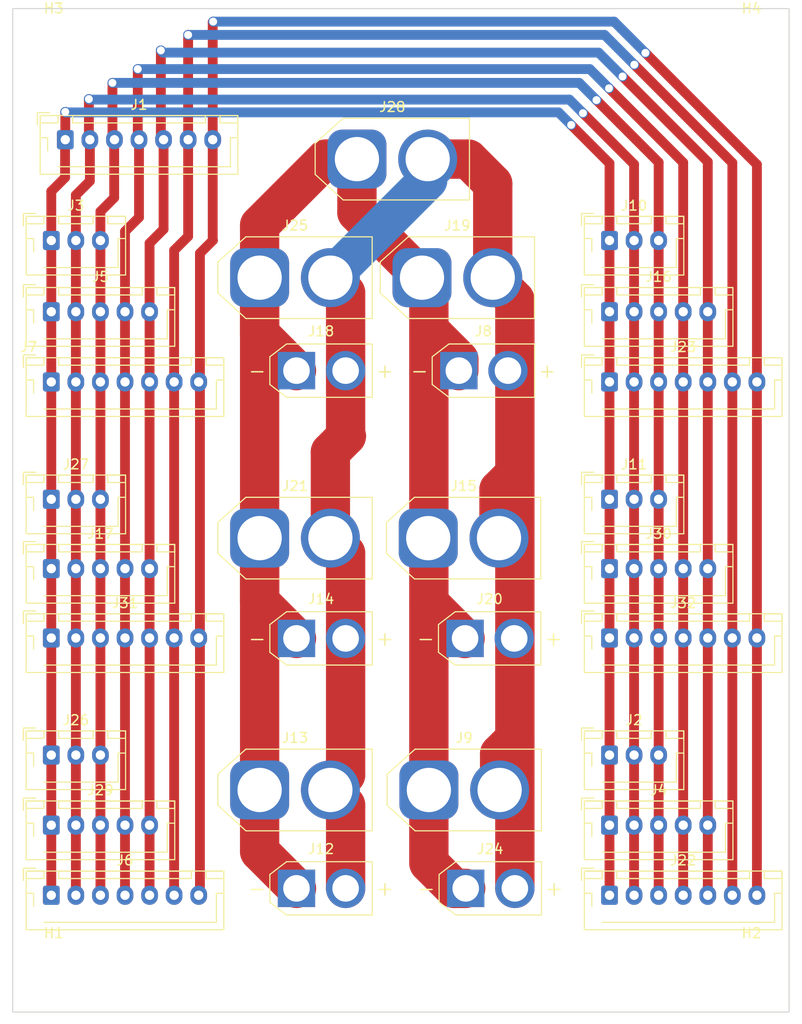
<source format=kicad_pcb>
(kicad_pcb (version 20210424) (generator pcbnew)
  (layers (0 "F.Cu" signal) (31 "B.Cu" signal) (34 "B.Paste" user) (35 "F.Paste" user) (36 "B.SilkS" user "B.Silkscreen") (37 "F.SilkS" user "F.Silkscreen") (38 "B.Mask" user) (39 "F.Mask" user) (44 "Edge.Cuts" user))
  (net 0 "")
  (net 1 "Net-(J1-Pad1)")
  (net 2 "Net-(J1-Pad2)")
  (net 3 "Net-(J1-Pad3)")
  (net 4 "Net-(J1-Pad4)")
  (net 5 "Net-(J1-Pad5)")
  (net 6 "Net-(J1-Pad6)")
  (net 7 "Net-(J1-Pad7)")
  (net 8 "Net-(J12-Pad1)")
  (net 9 "Net-(J12-Pad2)")
  (footprint "Connector_JST:JST_XH_B3B-XH-AM_1x03_P2.50mm_Vertical" (layer "F.Cu") (at 154.552 116.7)
    (fp_text reference "J2" (at 2.5 -3.55) (layer "F.SilkS"))
    (fp_text value "Conn_01x03_Female")
    (pad "" np_thru_hole circle locked (at -1.6 2) (size 1.2 1.2) (drill 1.2) (layers *.Cu *.Mask))
    (pad "1" thru_hole roundrect locked (at 0 0) (size 1.7 1.95) (drill 0.95) (layers *.Cu *.Mask) (roundrect_rratio 0.147059) (net 1 "Net-(J1-Pad1)"))
    (pad "2" thru_hole oval locked (at 2.5 0) (size 1.7 1.95) (drill 0.95) (layers *.Cu *.Mask) (net 2 "Net-(J1-Pad2)"))
    (pad "3" thru_hole oval locked (at 5 0) (size 1.7 1.95) (drill 0.95) (layers *.Cu *.Mask) (net 3 "Net-(J1-Pad3)"))
  )
  (footprint "Connector_JST:JST_XH_B3B-XH-AM_1x03_P2.50mm_Vertical" (layer "F.Cu") (at 97.75 64.3974)
    (fp_text reference "J3" (at 2.5 -3.55) (layer "F.SilkS"))
    (fp_text value "Conn_01x03_Female")
    (pad "" np_thru_hole circle locked (at -1.6 2) (size 1.2 1.2) (drill 1.2) (layers *.Cu *.Mask))
    (pad "1" thru_hole roundrect locked (at 0 0) (size 1.7 1.95) (drill 0.95) (layers *.Cu *.Mask) (roundrect_rratio 0.147059) (net 1 "Net-(J1-Pad1)"))
    (pad "2" thru_hole oval locked (at 2.5 0) (size 1.7 1.95) (drill 0.95) (layers *.Cu *.Mask) (net 2 "Net-(J1-Pad2)"))
    (pad "3" thru_hole oval locked (at 5 0) (size 1.7 1.95) (drill 0.95) (layers *.Cu *.Mask) (net 3 "Net-(J1-Pad3)"))
  )
  (footprint "Connector_AMASS:AMASS_XT60-F_1x02_P7.20mm_Vertical" (layer "F.Cu") (at 136.1064 94.65)
    (fp_text reference "J15" (at 3.6 -5.3) (layer "F.SilkS"))
    (fp_text value "XT60_F")
    (pad "1" thru_hole roundrect locked (at 0 0) (size 6 6) (drill 4.5) (layers *.Cu *.Mask) (net 8 "Net-(J12-Pad1)"))
    (pad "2" thru_hole circle locked (at 7.2 0) (size 6 6) (drill 4.5) (layers *.Cu *.Mask) (net 9 "Net-(J12-Pad2)"))
  )
  (footprint "Connector_AMASS:AMASS_XT60-F_1x02_P7.20mm_Vertical" (layer "F.Cu") (at 118.95 68.175)
    (fp_text reference "J25" (at 3.6 -5.3) (layer "F.SilkS"))
    (fp_text value "XT60_F")
    (pad "1" thru_hole roundrect locked (at 0 0) (size 6 6) (drill 4.5) (layers *.Cu *.Mask) (net 8 "Net-(J12-Pad1)"))
    (pad "2" thru_hole circle locked (at 7.2 0) (size 6 6) (drill 4.5) (layers *.Cu *.Mask) (net 9 "Net-(J12-Pad2)"))
  )
  (footprint "Connector_JST:JST_XH_B5B-XH-AM_1x05_P2.50mm_Vertical" (layer "F.Cu") (at 154.552 97.75)
    (fp_text reference "J30" (at 5 -3.55) (layer "F.SilkS"))
    (fp_text value "Conn_01x05_Female")
    (pad "" np_thru_hole circle locked (at -1.6 2) (size 1.2 1.2) (drill 1.2) (layers *.Cu *.Mask))
    (pad "1" thru_hole roundrect locked (at 0 0) (size 1.7 1.95) (drill 0.95) (layers *.Cu *.Mask) (roundrect_rratio 0.147059) (net 1 "Net-(J1-Pad1)"))
    (pad "2" thru_hole oval locked (at 2.5 0) (size 1.7 1.95) (drill 0.95) (layers *.Cu *.Mask) (net 2 "Net-(J1-Pad2)"))
    (pad "3" thru_hole oval locked (at 5 0) (size 1.7 1.95) (drill 0.95) (layers *.Cu *.Mask) (net 3 "Net-(J1-Pad3)"))
    (pad "4" thru_hole oval locked (at 7.5 0) (size 1.7 1.95) (drill 0.95) (layers *.Cu *.Mask) (net 4 "Net-(J1-Pad4)"))
    (pad "5" thru_hole oval locked (at 10 0) (size 1.7 1.95) (drill 0.95) (layers *.Cu *.Mask) (net 5 "Net-(J1-Pad5)"))
  )
  (footprint "Connector_JST:JST_XH_B7B-XH-AM_1x07_P2.50mm_Vertical" (layer "F.Cu") (at 154.552 130.95)
    (fp_text reference "J22" (at 7.5 -3.55) (layer "F.SilkS"))
    (fp_text value "Conn_01x07_Female")
    (pad "" np_thru_hole circle locked (at -1.6 2) (size 1.2 1.2) (drill 1.2) (layers *.Cu *.Mask))
    (pad "1" thru_hole roundrect locked (at 0 0) (size 1.7 1.95) (drill 0.95) (layers *.Cu *.Mask) (roundrect_rratio 0.147059) (net 1 "Net-(J1-Pad1)"))
    (pad "2" thru_hole oval locked (at 2.5 0) (size 1.7 1.95) (drill 0.95) (layers *.Cu *.Mask) (net 2 "Net-(J1-Pad2)"))
    (pad "3" thru_hole oval locked (at 5 0) (size 1.7 1.95) (drill 0.95) (layers *.Cu *.Mask) (net 3 "Net-(J1-Pad3)"))
    (pad "4" thru_hole oval locked (at 7.5 0) (size 1.7 1.95) (drill 0.95) (layers *.Cu *.Mask) (net 4 "Net-(J1-Pad4)"))
    (pad "5" thru_hole oval locked (at 10 0) (size 1.7 1.95) (drill 0.95) (layers *.Cu *.Mask) (net 5 "Net-(J1-Pad5)"))
    (pad "6" thru_hole oval locked (at 12.5 0) (size 1.7 1.95) (drill 0.95) (layers *.Cu *.Mask) (net 6 "Net-(J1-Pad6)"))
    (pad "7" thru_hole oval locked (at 15 0) (size 1.7 1.95) (drill 0.95) (layers *.Cu *.Mask) (net 7 "Net-(J1-Pad7)"))
  )
  (footprint "Connector_JST:JST_XH_B7B-XH-AM_1x07_P2.50mm_Vertical" (layer "F.Cu") (at 97.75 104.8)
    (fp_text reference "J31" (at 7.5 -3.55) (layer "F.SilkS"))
    (fp_text value "Conn_01x07_Female")
    (pad "" np_thru_hole circle locked (at -1.6 2) (size 1.2 1.2) (drill 1.2) (layers *.Cu *.Mask))
    (pad "1" thru_hole roundrect locked (at 0 0) (size 1.7 1.95) (drill 0.95) (layers *.Cu *.Mask) (roundrect_rratio 0.147059) (net 1 "Net-(J1-Pad1)"))
    (pad "2" thru_hole oval locked (at 2.5 0) (size 1.7 1.95) (drill 0.95) (layers *.Cu *.Mask) (net 2 "Net-(J1-Pad2)"))
    (pad "3" thru_hole oval locked (at 5 0) (size 1.7 1.95) (drill 0.95) (layers *.Cu *.Mask) (net 3 "Net-(J1-Pad3)"))
    (pad "4" thru_hole oval locked (at 7.5 0) (size 1.7 1.95) (drill 0.95) (layers *.Cu *.Mask) (net 4 "Net-(J1-Pad4)"))
    (pad "5" thru_hole oval locked (at 10 0) (size 1.7 1.95) (drill 0.95) (layers *.Cu *.Mask) (net 5 "Net-(J1-Pad5)"))
    (pad "6" thru_hole oval locked (at 12.5 0) (size 1.7 1.95) (drill 0.95) (layers *.Cu *.Mask) (net 6 "Net-(J1-Pad6)"))
    (pad "7" thru_hole oval locked (at 15 0) (size 1.7 1.95) (drill 0.95) (layers *.Cu *.Mask) (net 7 "Net-(J1-Pad7)"))
  )
  (footprint "Connector_AMASS:AMASS_XT30U-F_1x02_P5.0mm_Vertical" (layer "F.Cu") (at 139.2198 77.625)
    (fp_text reference "J8" (at 2.5 -4) (layer "F.SilkS"))
    (fp_text value "XT30_F")
    (fp_text user "-" (at -4 0) (layer "F.SilkS") (effects (font (size 1.5 1.5))))
    (fp_text user "+" (at 9 0) (layer "F.SilkS") (effects (font (size 1.5 1.5))))
    (pad "1" thru_hole rect locked (at 0 0) (size 3.8 3.8) (drill 2.7) (layers *.Cu *.Mask) (net 8 "Net-(J12-Pad1)"))
    (pad "2" thru_hole circle locked (at 5 0) (size 4 4) (drill 2.7) (layers *.Cu *.Mask) (net 9 "Net-(J12-Pad2)"))
  )
  (footprint "Connector_JST:JST_XH_B3B-XH-AM_1x03_P2.50mm_Vertical" (layer "F.Cu") (at 97.75 116.7)
    (fp_text reference "J26" (at 2.5 -3.55) (layer "F.SilkS"))
    (fp_text value "Conn_01x03_Female")
    (pad "" np_thru_hole circle locked (at -1.6 2) (size 1.2 1.2) (drill 1.2) (layers *.Cu *.Mask))
    (pad "1" thru_hole roundrect locked (at 0 0) (size 1.7 1.95) (drill 0.95) (layers *.Cu *.Mask) (roundrect_rratio 0.147059) (net 1 "Net-(J1-Pad1)"))
    (pad "2" thru_hole oval locked (at 2.5 0) (size 1.7 1.95) (drill 0.95) (layers *.Cu *.Mask) (net 2 "Net-(J1-Pad2)"))
    (pad "3" thru_hole oval locked (at 5 0) (size 1.7 1.95) (drill 0.95) (layers *.Cu *.Mask) (net 3 "Net-(J1-Pad3)"))
  )
  (footprint "MountingHole:MountingHole_3.2mm_M3" (layer "F.Cu") (at 98 139)
    (fp_text reference "H1" (at 0 -4.2) (layer "F.SilkS"))
    (fp_text value "MountingHole")
    (pad "1" np_thru_hole circle locked (at 0 0) (size 3.2 3.2) (drill 3.2) (layers *.Cu *.Mask))
  )
  (footprint "Connector_AMASS:AMASS_XT60-F_1x02_P7.20mm_Vertical" (layer "F.Cu") (at 136.1708 120.25)
    (fp_text reference "J9" (at 3.6 -5.3) (layer "F.SilkS"))
    (fp_text value "XT60_F")
    (pad "1" thru_hole roundrect locked (at 0 0) (size 6 6) (drill 4.5) (layers *.Cu *.Mask) (net 8 "Net-(J12-Pad1)"))
    (pad "2" thru_hole circle locked (at 7.2 0) (size 6 6) (drill 4.5) (layers *.Cu *.Mask) (net 9 "Net-(J12-Pad2)"))
  )
  (footprint "MountingHole:MountingHole_3.2mm_M3" (layer "F.Cu") (at 169 139)
    (fp_text reference "H2" (at 0 -4.2) (layer "F.SilkS"))
    (fp_text value "MountingHole")
    (pad "1" np_thru_hole circle locked (at 0 0) (size 3.2 3.2) (drill 3.2) (layers *.Cu *.Mask))
  )
  (footprint "Connector_AMASS:AMASS_XT60-F_1x02_P7.20mm_Vertical" (layer "F.Cu") (at 128.85 56.125)
    (fp_text reference "J28" (at 3.6 -5.3 180) (layer "F.SilkS"))
    (fp_text value "XT60_F")
    (pad "1" thru_hole roundrect locked (at 0 0) (size 6 6) (drill 4.5) (layers *.Cu *.Mask) (net 8 "Net-(J12-Pad1)"))
    (pad "2" thru_hole circle locked (at 7.2 0) (size 6 6) (drill 4.5) (layers *.Cu *.Mask) (net 9 "Net-(J12-Pad2)"))
  )
  (footprint "Connector_AMASS:AMASS_XT60-F_1x02_P7.20mm_Vertical" (layer "F.Cu") (at 135.4698 68.175)
    (fp_text reference "J19" (at 3.6 -5.3) (layer "F.SilkS"))
    (fp_text value "XT60_F")
    (pad "1" thru_hole roundrect locked (at 0 0) (size 6 6) (drill 4.5) (layers *.Cu *.Mask) (net 8 "Net-(J12-Pad1)"))
    (pad "2" thru_hole circle locked (at 7.2 0) (size 6 6) (drill 4.5) (layers *.Cu *.Mask) (net 9 "Net-(J12-Pad2)"))
  )
  (footprint "Connector_JST:JST_XH_B3B-XH-AM_1x03_P2.50mm_Vertical" (layer "F.Cu") (at 97.75 90.7)
    (fp_text reference "J27" (at 2.5 -3.55) (layer "F.SilkS"))
    (fp_text value "Conn_01x03_Female")
    (pad "" np_thru_hole circle locked (at -1.6 2) (size 1.2 1.2) (drill 1.2) (layers *.Cu *.Mask))
    (pad "1" thru_hole roundrect locked (at 0 0) (size 1.7 1.95) (drill 0.95) (layers *.Cu *.Mask) (roundrect_rratio 0.147059) (net 1 "Net-(J1-Pad1)"))
    (pad "2" thru_hole oval locked (at 2.5 0) (size 1.7 1.95) (drill 0.95) (layers *.Cu *.Mask) (net 2 "Net-(J1-Pad2)"))
    (pad "3" thru_hole oval locked (at 5 0) (size 1.7 1.95) (drill 0.95) (layers *.Cu *.Mask) (net 3 "Net-(J1-Pad3)"))
  )
  (footprint "Connector_AMASS:AMASS_XT30U-F_1x02_P5.0mm_Vertical" (layer "F.Cu") (at 122.7 77.625)
    (fp_text reference "J18" (at 2.5 -4) (layer "F.SilkS"))
    (fp_text value "XT30_F")
    (fp_text user "+" (at 9 0) (layer "F.SilkS") (effects (font (size 1.5 1.5))))
    (fp_text user "-" (at -4 0) (layer "F.SilkS") (effects (font (size 1.5 1.5))))
    (pad "1" thru_hole rect locked (at 0 0) (size 3.8 3.8) (drill 2.7) (layers *.Cu *.Mask) (net 8 "Net-(J12-Pad1)"))
    (pad "2" thru_hole circle locked (at 5 0) (size 4 4) (drill 2.7) (layers *.Cu *.Mask) (net 9 "Net-(J12-Pad2)"))
  )
  (footprint "Connector_JST:JST_XH_B7B-XH-AM_1x07_P2.50mm_Vertical" (layer "F.Cu") (at 154.552 78.7738)
    (fp_text reference "J23" (at 7.5 -3.55) (layer "F.SilkS"))
    (fp_text value "Conn_01x07_Female")
    (pad "" np_thru_hole circle locked (at -1.6 2) (size 1.2 1.2) (drill 1.2) (layers *.Cu *.Mask))
    (pad "1" thru_hole roundrect locked (at 0 0) (size 1.7 1.95) (drill 0.95) (layers *.Cu *.Mask) (roundrect_rratio 0.147059) (net 1 "Net-(J1-Pad1)"))
    (pad "2" thru_hole oval locked (at 2.5 0) (size 1.7 1.95) (drill 0.95) (layers *.Cu *.Mask) (net 2 "Net-(J1-Pad2)"))
    (pad "3" thru_hole oval locked (at 5 0) (size 1.7 1.95) (drill 0.95) (layers *.Cu *.Mask) (net 3 "Net-(J1-Pad3)"))
    (pad "4" thru_hole oval locked (at 7.5 0) (size 1.7 1.95) (drill 0.95) (layers *.Cu *.Mask) (net 4 "Net-(J1-Pad4)"))
    (pad "5" thru_hole oval locked (at 10 0) (size 1.7 1.95) (drill 0.95) (layers *.Cu *.Mask) (net 5 "Net-(J1-Pad5)"))
    (pad "6" thru_hole oval locked (at 12.5 0) (size 1.7 1.95) (drill 0.95) (layers *.Cu *.Mask) (net 6 "Net-(J1-Pad6)"))
    (pad "7" thru_hole oval locked (at 15 0) (size 1.7 1.95) (drill 0.95) (layers *.Cu *.Mask) (net 7 "Net-(J1-Pad7)"))
  )
  (footprint "Connector_JST:JST_XH_B5B-XH-AM_1x05_P2.50mm_Vertical" (layer "F.Cu") (at 154.552 71.6364)
    (fp_text reference "J16" (at 5 -3.55) (layer "F.SilkS"))
    (fp_text value "Conn_01x05_Female")
    (pad "" np_thru_hole circle locked (at -1.6 2) (size 1.2 1.2) (drill 1.2) (layers *.Cu *.Mask))
    (pad "1" thru_hole roundrect locked (at 0 0) (size 1.7 1.95) (drill 0.95) (layers *.Cu *.Mask) (roundrect_rratio 0.147059) (net 1 "Net-(J1-Pad1)"))
    (pad "2" thru_hole oval locked (at 2.5 0) (size 1.7 1.95) (drill 0.95) (layers *.Cu *.Mask) (net 2 "Net-(J1-Pad2)"))
    (pad "3" thru_hole oval locked (at 5 0) (size 1.7 1.95) (drill 0.95) (layers *.Cu *.Mask) (net 3 "Net-(J1-Pad3)"))
    (pad "4" thru_hole oval locked (at 7.5 0) (size 1.7 1.95) (drill 0.95) (layers *.Cu *.Mask) (net 4 "Net-(J1-Pad4)"))
    (pad "5" thru_hole oval locked (at 10 0) (size 1.7 1.95) (drill 0.95) (layers *.Cu *.Mask) (net 5 "Net-(J1-Pad5)"))
  )
  (footprint "MountingHole:MountingHole_3.2mm_M3" (layer "F.Cu") (at 98 45)
    (fp_text reference "H3" (at 0 -4.2) (layer "F.SilkS"))
    (fp_text value "MountingHole")
    (pad "1" np_thru_hole circle locked (at 0 0) (size 3.2 3.2) (drill 3.2) (layers *.Cu *.Mask))
  )
  (footprint "Connector_JST:JST_XH_B5B-XH-AM_1x05_P2.50mm_Vertical" (layer "F.Cu") (at 154.552 123.825)
    (fp_text reference "J4" (at 5 -3.55) (layer "F.SilkS"))
    (fp_text value "Conn_01x05_Female")
    (pad "" np_thru_hole circle locked (at -1.6 2) (size 1.2 1.2) (drill 1.2) (layers *.Cu *.Mask))
    (pad "1" thru_hole roundrect locked (at 0 0) (size 1.7 1.95) (drill 0.95) (layers *.Cu *.Mask) (roundrect_rratio 0.147059) (net 1 "Net-(J1-Pad1)"))
    (pad "2" thru_hole oval locked (at 2.5 0) (size 1.7 1.95) (drill 0.95) (layers *.Cu *.Mask) (net 2 "Net-(J1-Pad2)"))
    (pad "3" thru_hole oval locked (at 5 0) (size 1.7 1.95) (drill 0.95) (layers *.Cu *.Mask) (net 3 "Net-(J1-Pad3)"))
    (pad "4" thru_hole oval locked (at 7.5 0) (size 1.7 1.95) (drill 0.95) (layers *.Cu *.Mask) (net 4 "Net-(J1-Pad4)"))
    (pad "5" thru_hole oval locked (at 10 0) (size 1.7 1.95) (drill 0.95) (layers *.Cu *.Mask) (net 5 "Net-(J1-Pad5)"))
  )
  (footprint "Connector_JST:JST_XH_B7B-XH-AM_1x07_P2.50mm_Vertical" (layer "F.Cu") (at 154.552 104.8)
    (fp_text reference "J32" (at 7.5 -3.55) (layer "F.SilkS"))
    (fp_text value "Conn_01x07_Female")
    (pad "" np_thru_hole circle locked (at -1.6 2) (size 1.2 1.2) (drill 1.2) (layers *.Cu *.Mask))
    (pad "1" thru_hole roundrect locked (at 0 0) (size 1.7 1.95) (drill 0.95) (layers *.Cu *.Mask) (roundrect_rratio 0.147059) (net 1 "Net-(J1-Pad1)"))
    (pad "2" thru_hole oval locked (at 2.5 0) (size 1.7 1.95) (drill 0.95) (layers *.Cu *.Mask) (net 2 "Net-(J1-Pad2)"))
    (pad "3" thru_hole oval locked (at 5 0) (size 1.7 1.95) (drill 0.95) (layers *.Cu *.Mask) (net 3 "Net-(J1-Pad3)"))
    (pad "4" thru_hole oval locked (at 7.5 0) (size 1.7 1.95) (drill 0.95) (layers *.Cu *.Mask) (net 4 "Net-(J1-Pad4)"))
    (pad "5" thru_hole oval locked (at 10 0) (size 1.7 1.95) (drill 0.95) (layers *.Cu *.Mask) (net 5 "Net-(J1-Pad5)"))
    (pad "6" thru_hole oval locked (at 12.5 0) (size 1.7 1.95) (drill 0.95) (layers *.Cu *.Mask) (net 6 "Net-(J1-Pad6)"))
    (pad "7" thru_hole oval locked (at 15 0) (size 1.7 1.95) (drill 0.95) (layers *.Cu *.Mask) (net 7 "Net-(J1-Pad7)"))
  )
  (footprint "Connector_AMASS:AMASS_XT60-F_1x02_P7.20mm_Vertical" (layer "F.Cu") (at 118.95 94.65)
    (fp_text reference "J21" (at 3.6 -5.3) (layer "F.SilkS"))
    (fp_text value "XT60_F")
    (pad "1" thru_hole roundrect locked (at 0 0) (size 6 6) (drill 4.5) (layers *.Cu *.Mask) (net 8 "Net-(J12-Pad1)"))
    (pad "2" thru_hole circle locked (at 7.2 0) (size 6 6) (drill 4.5) (layers *.Cu *.Mask) (net 9 "Net-(J12-Pad2)"))
  )
  (footprint "MountingHole:MountingHole_3.2mm_M3" (layer "F.Cu") (at 169 45)
    (fp_text reference "H4" (at 0 -4.2) (layer "F.SilkS"))
    (fp_text value "MountingHole")
    (pad "1" np_thru_hole circle locked (at 0 0) (size 3.2 3.2) (drill 3.2) (layers *.Cu *.Mask))
  )
  (footprint "Connector_JST:JST_XH_B7B-XH-AM_1x07_P2.50mm_Vertical" (layer "F.Cu") (at 99.175 54.15)
    (fp_text reference "J1" (at 7.5 -3.55) (layer "F.SilkS"))
    (fp_text value "Conn_01x07_Female")
    (pad "" np_thru_hole circle locked (at -1.6 2) (size 1.2 1.2) (drill 1.2) (layers *.Cu *.Mask))
    (pad "1" thru_hole roundrect locked (at 0 0) (size 1.7 1.95) (drill 0.95) (layers *.Cu *.Mask) (roundrect_rratio 0.147059) (net 1 "Net-(J1-Pad1)"))
    (pad "2" thru_hole oval locked (at 2.5 0) (size 1.7 1.95) (drill 0.95) (layers *.Cu *.Mask) (net 2 "Net-(J1-Pad2)"))
    (pad "3" thru_hole oval locked (at 5 0) (size 1.7 1.95) (drill 0.95) (layers *.Cu *.Mask) (net 3 "Net-(J1-Pad3)"))
    (pad "4" thru_hole oval locked (at 7.5 0) (size 1.7 1.95) (drill 0.95) (layers *.Cu *.Mask) (net 4 "Net-(J1-Pad4)"))
    (pad "5" thru_hole oval locked (at 10 0) (size 1.7 1.95) (drill 0.95) (layers *.Cu *.Mask) (net 5 "Net-(J1-Pad5)"))
    (pad "6" thru_hole oval locked (at 12.5 0) (size 1.7 1.95) (drill 0.95) (layers *.Cu *.Mask) (net 6 "Net-(J1-Pad6)"))
    (pad "7" thru_hole oval locked (at 15 0) (size 1.7 1.95) (drill 0.95) (layers *.Cu *.Mask) (net 7 "Net-(J1-Pad7)"))
  )
  (footprint "Connector_AMASS:AMASS_XT60-F_1x02_P7.20mm_Vertical" (layer "F.Cu") (at 118.95 120.25)
    (fp_text reference "J13" (at 3.6 -5.3) (layer "F.SilkS"))
    (fp_text value "XT60_F")
    (pad "1" thru_hole roundrect locked (at 0 0) (size 6 6) (drill 4.5) (layers *.Cu *.Mask) (net 8 "Net-(J12-Pad1)"))
    (pad "2" thru_hole circle locked (at 7.2 0) (size 6 6) (drill 4.5) (layers *.Cu *.Mask) (net 9 "Net-(J12-Pad2)"))
  )
  (footprint "Connector_AMASS:AMASS_XT30U-F_1x02_P5.0mm_Vertical" (layer "F.Cu") (at 139.8564 104.8436)
    (fp_text reference "J20" (at 2.5 -4) (layer "F.SilkS"))
    (fp_text value "XT30_F")
    (fp_text user "+" (at 9 0) (layer "F.SilkS") (effects (font (size 1.5 1.5))))
    (fp_text user "-" (at -4 0) (layer "F.SilkS") (effects (font (size 1.5 1.5))))
    (pad "1" thru_hole rect locked (at 0 0) (size 3.8 3.8) (drill 2.7) (layers *.Cu *.Mask) (net 8 "Net-(J12-Pad1)"))
    (pad "2" thru_hole circle locked (at 5 0) (size 4 4) (drill 2.7) (layers *.Cu *.Mask) (net 9 "Net-(J12-Pad2)"))
  )
  (footprint "Connector_AMASS:AMASS_XT30U-F_1x02_P5.0mm_Vertical" (layer "F.Cu") (at 122.7 130.25)
    (fp_text reference "J12" (at 2.5 -4) (layer "F.SilkS"))
    (fp_text value "XT30_F")
    (fp_text user "-" (at -4 0) (layer "F.SilkS") (effects (font (size 1.5 1.5))))
    (fp_text user "+" (at 9 0) (layer "F.SilkS") (effects (font (size 1.5 1.5))))
    (pad "1" thru_hole rect locked (at 0 0) (size 3.8 3.8) (drill 2.7) (layers *.Cu *.Mask) (net 8 "Net-(J12-Pad1)"))
    (pad "2" thru_hole circle locked (at 5 0) (size 4 4) (drill 2.7) (layers *.Cu *.Mask) (net 9 "Net-(J12-Pad2)"))
  )
  (footprint "Connector_JST:JST_XH_B5B-XH-AM_1x05_P2.50mm_Vertical" (layer "F.Cu") (at 97.75 123.825)
    (fp_text reference "J29" (at 5 -3.55) (layer "F.SilkS"))
    (fp_text value "Conn_01x05_Female")
    (pad "" np_thru_hole circle locked (at -1.6 2) (size 1.2 1.2) (drill 1.2) (layers *.Cu *.Mask))
    (pad "1" thru_hole roundrect locked (at 0 0) (size 1.7 1.95) (drill 0.95) (layers *.Cu *.Mask) (roundrect_rratio 0.147059) (net 1 "Net-(J1-Pad1)"))
    (pad "2" thru_hole oval locked (at 2.5 0) (size 1.7 1.95) (drill 0.95) (layers *.Cu *.Mask) (net 2 "Net-(J1-Pad2)"))
    (pad "3" thru_hole oval locked (at 5 0) (size 1.7 1.95) (drill 0.95) (layers *.Cu *.Mask) (net 3 "Net-(J1-Pad3)"))
    (pad "4" thru_hole oval locked (at 7.5 0) (size 1.7 1.95) (drill 0.95) (layers *.Cu *.Mask) (net 4 "Net-(J1-Pad4)"))
    (pad "5" thru_hole oval locked (at 10 0) (size 1.7 1.95) (drill 0.95) (layers *.Cu *.Mask) (net 5 "Net-(J1-Pad5)"))
  )
  (footprint "Connector_AMASS:AMASS_XT30U-F_1x02_P5.0mm_Vertical" (layer "F.Cu") (at 122.7 104.8436)
    (fp_text reference "J14" (at 2.5 -4) (layer "F.SilkS"))
    (fp_text value "XT30_F")
    (fp_text user "+" (at 9 0) (layer "F.SilkS") (effects (font (size 1.5 1.5))))
    (fp_text user "-" (at -4 0) (layer "F.SilkS") (effects (font (size 1.5 1.5))))
    (pad "1" thru_hole rect locked (at 0 0) (size 3.8 3.8) (drill 2.7) (layers *.Cu *.Mask) (net 8 "Net-(J12-Pad1)"))
    (pad "2" thru_hole circle locked (at 5 0) (size 4 4) (drill 2.7) (layers *.Cu *.Mask) (net 9 "Net-(J12-Pad2)"))
  )
  (footprint "Connector_JST:JST_XH_B5B-XH-AM_1x05_P2.50mm_Vertical" (layer "F.Cu") (at 97.75 97.75)
    (fp_text reference "J17" (at 5 -3.55) (layer "F.SilkS"))
    (fp_text value "Conn_01x05_Female")
    (pad "" np_thru_hole circle locked (at -1.6 2) (size 1.2 1.2) (drill 1.2) (layers *.Cu *.Mask))
    (pad "1" thru_hole roundrect locked (at 0 0) (size 1.7 1.95) (drill 0.95) (layers *.Cu *.Mask) (roundrect_rratio 0.147059) (net 1 "Net-(J1-Pad1)"))
    (pad "2" thru_hole oval locked (at 2.5 0) (size 1.7 1.95) (drill 0.95) (layers *.Cu *.Mask) (net 2 "Net-(J1-Pad2)"))
    (pad "3" thru_hole oval locked (at 5 0) (size 1.7 1.95) (drill 0.95) (layers *.Cu *.Mask) (net 3 "Net-(J1-Pad3)"))
    (pad "4" thru_hole oval locked (at 7.5 0) (size 1.7 1.95) (drill 0.95) (layers *.Cu *.Mask) (net 4 "Net-(J1-Pad4)"))
    (pad "5" thru_hole oval locked (at 10 0) (size 1.7 1.95) (drill 0.95) (layers *.Cu *.Mask) (net 5 "Net-(J1-Pad5)"))
  )
  (footprint "Connector_JST:JST_XH_B7B-XH-AM_1x07_P2.50mm_Vertical" (layer "F.Cu") (at 97.75 130.95)
    (fp_text reference "J6" (at 7.5 -3.55) (layer "F.SilkS"))
    (fp_text value "Conn_01x07_Female")
    (pad "" np_thru_hole circle locked (at -1.6 2) (size 1.2 1.2) (drill 1.2) (layers *.Cu *.Mask))
    (pad "1" thru_hole roundrect locked (at 0 0) (size 1.7 1.95) (drill 0.95) (layers *.Cu *.Mask) (roundrect_rratio 0.147059) (net 1 "Net-(J1-Pad1)"))
    (pad "2" thru_hole oval locked (at 2.5 0) (size 1.7 1.95) (drill 0.95) (layers *.Cu *.Mask) (net 2 "Net-(J1-Pad2)"))
    (pad "3" thru_hole oval locked (at 5 0) (size 1.7 1.95) (drill 0.95) (layers *.Cu *.Mask) (net 3 "Net-(J1-Pad3)"))
    (pad "4" thru_hole oval locked (at 7.5 0) (size 1.7 1.95) (drill 0.95) (layers *.Cu *.Mask) (net 4 "Net-(J1-Pad4)"))
    (pad "5" thru_hole oval locked (at 10 0) (size 1.7 1.95) (drill 0.95) (layers *.Cu *.Mask) (net 5 "Net-(J1-Pad5)"))
    (pad "6" thru_hole oval locked (at 12.5 0) (size 1.7 1.95) (drill 0.95) (layers *.Cu *.Mask) (net 6 "Net-(J1-Pad6)"))
    (pad "7" thru_hole oval locked (at 15 0) (size 1.7 1.95) (drill 0.95) (layers *.Cu *.Mask) (net 7 "Net-(J1-Pad7)"))
  )
  (footprint "Connector_JST:JST_XH_B7B-XH-AM_1x07_P2.50mm_Vertical" (layer "F.Cu") (at 97.75 78.7738)
    (fp_text reference "J7" (at -2.292857 -3.55) (layer "F.SilkS"))
    (fp_text value "Conn_01x07_Female")
    (pad "" np_thru_hole circle locked (at -1.6 2) (size 1.2 1.2) (drill 1.2) (layers *.Cu *.Mask))
    (pad "1" thru_hole roundrect locked (at 0 0) (size 1.7 1.95) (drill 0.95) (layers *.Cu *.Mask) (roundrect_rratio 0.147059) (net 1 "Net-(J1-Pad1)"))
    (pad "2" thru_hole oval locked (at 2.5 0) (size 1.7 1.95) (drill 0.95) (layers *.Cu *.Mask) (net 2 "Net-(J1-Pad2)"))
    (pad "3" thru_hole oval locked (at 5 0) (size 1.7 1.95) (drill 0.95) (layers *.Cu *.Mask) (net 3 "Net-(J1-Pad3)"))
    (pad "4" thru_hole oval locked (at 7.5 0) (size 1.7 1.95) (drill 0.95) (layers *.Cu *.Mask) (net 4 "Net-(J1-Pad4)"))
    (pad "5" thru_hole oval locked (at 10 0) (size 1.7 1.95) (drill 0.95) (layers *.Cu *.Mask) (net 5 "Net-(J1-Pad5)"))
    (pad "6" thru_hole oval locked (at 12.5 0) (size 1.7 1.95) (drill 0.95) (layers *.Cu *.Mask) (net 6 "Net-(J1-Pad6)"))
    (pad "7" thru_hole oval locked (at 15 0) (size 1.7 1.95) (drill 0.95) (layers *.Cu *.Mask) (net 7 "Net-(J1-Pad7)"))
  )
  (footprint "Connector_JST:JST_XH_B5B-XH-AM_1x05_P2.50mm_Vertical" (layer "F.Cu") (at 97.75 71.6364)
    (fp_text reference "J5" (at 5 -3.55) (layer "F.SilkS"))
    (fp_text value "Conn_01x05_Female")
    (pad "" np_thru_hole circle locked (at -1.6 2) (size 1.2 1.2) (drill 1.2) (layers *.Cu *.Mask))
    (pad "1" thru_hole roundrect locked (at 0 0) (size 1.7 1.95) (drill 0.95) (layers *.Cu *.Mask) (roundrect_rratio 0.147059) (net 1 "Net-(J1-Pad1)"))
    (pad "2" thru_hole oval locked (at 2.5 0) (size 1.7 1.95) (drill 0.95) (layers *.Cu *.Mask) (net 2 "Net-(J1-Pad2)"))
    (pad "3" thru_hole oval locked (at 5 0) (size 1.7 1.95) (drill 0.95) (layers *.Cu *.Mask) (net 3 "Net-(J1-Pad3)"))
    (pad "4" thru_hole oval locked (at 7.5 0) (size 1.7 1.95) (drill 0.95) (layers *.Cu *.Mask) (net 4 "Net-(J1-Pad4)"))
    (pad "5" thru_hole oval locked (at 10 0) (size 1.7 1.95) (drill 0.95) (layers *.Cu *.Mask) (net 5 "Net-(J1-Pad5)"))
  )
  (footprint "Connector_AMASS:AMASS_XT30U-F_1x02_P5.0mm_Vertical" (layer "F.Cu") (at 139.9208 130.25)
    (fp_text reference "J24" (at 2.5 -4) (layer "F.SilkS"))
    (fp_text value "XT30_F")
    (fp_text user "-" (at -4 0) (layer "F.SilkS") (effects (font (size 1.5 1.5))))
    (fp_text user "+" (at 9 0) (layer "F.SilkS") (effects (font (size 1.5 1.5))))
    (pad "1" thru_hole rect locked (at 0 0) (size 3.8 3.8) (drill 2.7) (layers *.Cu *.Mask) (net 8 "Net-(J12-Pad1)"))
    (pad "2" thru_hole circle locked (at 5 0) (size 4 4) (drill 2.7) (layers *.Cu *.Mask) (net 9 "Net-(J12-Pad2)"))
  )
  (footprint "Connector_JST:JST_XH_B3B-XH-AM_1x03_P2.50mm_Vertical" (layer "F.Cu") (at 154.552 64.3974)
    (fp_text reference "J10" (at 2.5 -3.55) (layer "F.SilkS"))
    (fp_text value "Conn_01x03_Female")
    (pad "" np_thru_hole circle locked (at -1.6 2) (size 1.2 1.2) (drill 1.2) (layers *.Cu *.Mask))
    (pad "1" thru_hole roundrect locked (at 0 0) (size 1.7 1.95) (drill 0.95) (layers *.Cu *.Mask) (roundrect_rratio 0.147059) (net 1 "Net-(J1-Pad1)"))
    (pad "2" thru_hole oval locked (at 2.5 0) (size 1.7 1.95) (drill 0.95) (layers *.Cu *.Mask) (net 2 "Net-(J1-Pad2)"))
    (pad "3" thru_hole oval locked (at 5 0) (size 1.7 1.95) (drill 0.95) (layers *.Cu *.Mask) (net 3 "Net-(J1-Pad3)"))
  )
  (footprint "Connector_JST:JST_XH_B3B-XH-AM_1x03_P2.50mm_Vertical" (layer "F.Cu") (at 154.552 90.7)
    (fp_text reference "J11" (at 2.5 -3.55) (layer "F.SilkS"))
    (fp_text value "Conn_01x03_Female")
    (pad "" np_thru_hole circle locked (at -1.6 2) (size 1.2 1.2) (drill 1.2) (layers *.Cu *.Mask))
    (pad "1" thru_hole roundrect locked (at 0 0) (size 1.7 1.95) (drill 0.95) (layers *.Cu *.Mask) (roundrect_rratio 0.147059) (net 1 "Net-(J1-Pad1)"))
    (pad "2" thru_hole oval locked (at 2.5 0) (size 1.7 1.95) (drill 0.95) (layers *.Cu *.Mask) (net 2 "Net-(J1-Pad2)"))
    (pad "3" thru_hole oval locked (at 5 0) (size 1.7 1.95) (drill 0.95) (layers *.Cu *.Mask) (net 3 "Net-(J1-Pad3)"))
  )
  (gr_rect (start 93.825 40.825) (end 172.825 142.825) (layer "Edge.Cuts") (width 0.1) (fill none))
  (segment (start 154.552 56.552) (end 154.552 64.3974) (width 1) (layer "F.Cu") (net 1))
  (segment (start 150.65 52.65) (end 154.552 56.552) (width 1) (layer "F.Cu") (net 1))
  (segment (start 99.175 51.325) (end 99.175 54.15) (width 1) (layer "F.Cu") (net 1))
  (segment (start 97.75 130.95) (end 97.75 59.4) (width 1) (layer "F.Cu") (net 1))
  (segment (start 154.552 130.95) (end 154.552 64.3974) (width 1) (layer "F.Cu") (net 1))
  (segment (start 99.15 54.175) (end 99.175 54.15) (width 1) (layer "F.Cu") (net 1))
  (segment (start 97.75 59.4) (end 99.15 58) (width 1) (layer "F.Cu") (net 1))
  (segment (start 99.15 58) (end 99.15 54.175) (width 1) (layer "F.Cu") (net 1))
  (via (at 150.65 52.65) (size 1) (drill 0.8) (layers "F.Cu" "B.Cu") (net 1))
  (via (at 99.175 51.325) (size 1) (drill 0.8) (layers "F.Cu" "B.Cu") (net 1))
  (segment (start 149.375 51.375) (end 99.225 51.375) (width 1) (layer "B.Cu") (net 1))
  (segment (start 150.65 52.65) (end 149.375 51.375) (width 1) (layer "B.Cu") (net 1))
  (segment (start 99.225 51.375) (end 99.175 51.325) (width 1) (layer "B.Cu") (net 1))
  (segment (start 157.052 56.652) (end 157.052 64.3974) (width 1) (layer "F.Cu") (net 2))
  (segment (start 101.575 50.025) (end 101.575 54.05) (width 1) (layer "F.Cu") (net 2))
  (segment (start 100.25 59.775) (end 101.675 58.35) (width 1) (layer "F.Cu") (net 2))
  (segment (start 100.25 130.95) (end 100.25 59.775) (width 1) (layer "F.Cu") (net 2))
  (segment (start 101.675 58.35) (end 101.675 54.15) (width 1) (layer "F.Cu") (net 2))
  (segment (start 101.575 54.05) (end 101.675 54.15) (width 1) (layer "F.Cu") (net 2))
  (segment (start 157.052 130.95) (end 157.052 64.3974) (width 1) (layer "F.Cu") (net 2))
  (segment (start 151.85 51.45) (end 157.052 56.652) (width 1) (layer "F.Cu") (net 2))
  (via (at 101.575 50.025) (size 1) (drill 0.8) (layers "F.Cu" "B.Cu") (net 2))
  (via (at 151.85 51.45) (size 1) (drill 0.8) (layers "F.Cu" "B.Cu") (net 2))
  (segment (start 101.625 50.075) (end 101.575 50.025) (width 1) (layer "B.Cu") (net 2))
  (segment (start 150.475 50.075) (end 101.625 50.075) (width 1) (layer "B.Cu") (net 2))
  (segment (start 151.85 51.45) (end 150.475 50.075) (width 1) (layer "B.Cu") (net 2))
  (segment (start 102.75 130.95) (end 102.75 61.45) (width 1) (layer "F.Cu") (net 3))
  (segment (start 103.975 48.375) (end 103.975 53.95) (width 1) (layer "F.Cu") (net 3))
  (segment (start 103.975 53.95) (end 104.175 54.15) (width 1) (layer "F.Cu") (net 3))
  (segment (start 104.15 60.05) (end 104.15 54.175) (width 1) (layer "F.Cu") (net 3))
  (segment (start 102.75 61.45) (end 104.15 60.05) (width 1) (layer "F.Cu") (net 3))
  (segment (start 159.552 130.95) (end 159.552 64.3974) (width 1) (layer "F.Cu") (net 3))
  (segment (start 159.552 56.452) (end 159.552 64.3974) (width 1) (layer "F.Cu") (net 3))
  (segment (start 104.15 54.175) (end 104.175 54.15) (width 1) (layer "F.Cu") (net 3))
  (segment (start 153.225 50.125) (end 159.552 56.452) (width 1) (layer "F.Cu") (net 3))
  (via (at 153.225 50.125) (size 1) (drill 0.8) (layers "F.Cu" "B.Cu") (net 3))
  (via (at 103.975 48.375) (size 1) (drill 0.8) (layers "F.Cu" "B.Cu") (net 3))
  (segment (start 153.225 50.125) (end 151.475 48.375) (width 1) (layer "B.Cu") (net 3))
  (segment (start 151.475 48.375) (end 103.975 48.375) (width 1) (layer "B.Cu") (net 3))
  (segment (start 106.55 54.025) (end 106.675 54.15) (width 1) (layer "F.Cu") (net 4))
  (segment (start 106.55 46.975) (end 106.55 54.025) (width 1) (layer "F.Cu") (net 4))
  (segment (start 106.675 62.05) (end 106.675 54.15) (width 1) (layer "F.Cu") (net 4))
  (segment (start 162.052 56.477) (end 162.052 71.6364) (width 1) (layer "F.Cu") (net 4))
  (segment (start 162.052 130.95) (end 162.052 71.6364) (width 1) (layer "F.Cu") (net 4))
  (segment (start 105.25 63.475) (end 106.675 62.05) (width 1) (layer "F.Cu") (net 4))
  (segment (start 105.25 130.95) (end 105.25 63.475) (width 1) (layer "F.Cu") (net 4))
  (segment (start 154.5 48.925) (end 162.052 56.477) (width 1) (layer "F.Cu") (net 4))
  (via (at 106.55 46.975) (size 1) (drill 0.8) (layers "F.Cu" "B.Cu") (net 4))
  (via (at 154.5 48.925) (size 1) (drill 0.8) (layers "F.Cu" "B.Cu") (net 4))
  (segment (start 152.55 46.975) (end 106.55 46.975) (width 1) (layer "B.Cu") (net 4))
  (segment (start 154.5 48.925) (end 152.55 46.975) (width 1) (layer "B.Cu") (net 4))
  (segment (start 164.552 56.402) (end 164.552 71.6364) (width 1) (layer "F.Cu") (net 5))
  (segment (start 107.75 130.95) (end 107.75 64.675) (width 1) (layer "F.Cu") (net 5))
  (segment (start 108.9 53.875) (end 109.175 54.15) (width 1) (layer "F.Cu") (net 5))
  (segment (start 108.9 45.075) (end 108.9 53.875) (width 1) (layer "F.Cu") (net 5))
  (segment (start 109.175 63.25) (end 109.175 54.15) (width 1) (layer "F.Cu") (net 5))
  (segment (start 164.552 130.95) (end 164.552 71.6364) (width 1) (layer "F.Cu") (net 5))
  (segment (start 155.875 47.725) (end 164.552 56.402) (width 1) (layer "F.Cu") (net 5))
  (segment (start 107.75 64.675) (end 109.175 63.25) (width 1) (layer "F.Cu") (net 5))
  (via (at 108.9 45.075) (size 1) (drill 0.8) (layers "F.Cu" "B.Cu") (net 5))
  (via (at 155.875 47.725) (size 1) (drill 0.8) (layers "F.Cu" "B.Cu") (net 5))
  (segment (start 109.125 45.3) (end 108.9 45.075) (width 1) (layer "B.Cu") (net 5))
  (segment (start 155.875 47.725) (end 153.45 45.3) (width 1) (layer "B.Cu") (net 5))
  (segment (start 153.45 45.3) (end 109.125 45.3) (width 1) (layer "B.Cu") (net 5))
  (segment (start 110.25 65.4) (end 111.675 63.975) (width 1) (layer "F.Cu") (net 6))
  (segment (start 167.052 56.502) (end 167.052 78.7738) (width 1) (layer "F.Cu") (net 6))
  (segment (start 111.675 54.15) (end 111.675 43.5) (width 1) (layer "F.Cu") (net 6))
  (segment (start 110.25 130.95) (end 110.25 65.4) (width 1) (layer "F.Cu") (net 6))
  (segment (start 157.075 46.525) (end 167.052 56.502) (width 1) (layer "F.Cu") (net 6))
  (segment (start 167.052 130.95) (end 167.052 78.7738) (width 1) (layer "F.Cu") (net 6))
  (segment (start 111.675 63.975) (end 111.675 54.15) (width 1) (layer "F.Cu") (net 6))
  (via (at 157.075 46.525) (size 1) (drill 0.8) (layers "F.Cu" "B.Cu") (net 6))
  (via (at 111.675 43.5) (size 1) (drill 0.8) (layers "F.Cu" "B.Cu") (net 6))
  (segment (start 111.675 43.5) (end 154.05 43.5) (width 1) (layer "B.Cu") (net 6))
  (segment (start 154.05 43.5) (end 157.075 46.525) (width 1) (layer "B.Cu") (net 6))
  (segment (start 114.175 64.35) (end 114.175 54.15) (width 1) (layer "F.Cu") (net 7))
  (segment (start 158.2 45.325) (end 169.552 56.677) (width 1) (layer "F.Cu") (net 7))
  (segment (start 112.75 130.95) (end 112.87452 130.82548) (width 1) (layer "F.Cu") (net 7))
  (segment (start 114.2 64.375) (end 114.175 64.35) (width 1) (layer "F.Cu") (net 7))
  (segment (start 114.175 42.2) (end 114.175 54.15) (width 1) (layer "F.Cu") (net 7))
  (segment (start 112.87452 130.82548) (end 112.87452 65.70048) (width 1) (layer "F.Cu") (net 7))
  (segment (start 114.225 42.15) (end 114.175 42.2) (width 1) (layer "F.Cu") (net 7))
  (segment (start 169.552 130.95) (end 169.552 78.7738) (width 1) (layer "F.Cu") (net 7))
  (segment (start 169.552 56.677) (end 169.552 78.7738) (width 1) (layer "F.Cu") (net 7))
  (segment (start 112.87452 65.70048) (end 114.2 64.375) (width 1) (layer "F.Cu") (net 7))
  (via (at 114.225 42.15) (size 1) (drill 0.8) (layers "F.Cu" "B.Cu") (net 7))
  (via (at 158.2 45.325) (size 1) (drill 0.8) (layers "F.Cu" "B.Cu") (net 7))
  (segment (start 155.025 42.15) (end 114.225 42.15) (width 1) (layer "B.Cu") (net 7))
  (segment (start 158.2 45.325) (end 155.025 42.15) (width 1) (layer "B.Cu") (net 7))
  (segment (start 118.95 62.85) (end 125.675 56.125) (width 4) (layer "F.Cu") (net 8))
  (segment (start 139.2198 77.625) (end 139.2198 76.4948) (width 4) (layer "F.Cu") (net 8))
  (segment (start 118.95 120.25) (end 118.95 68.175) (width 4) (layer "F.Cu") (net 8))
  (segment (start 136.1708 127.6708) (end 136.1708 120.25) (width 4) (layer "F.Cu") (net 8))
  (segment (start 122.7 104.8436) (end 118.95 101.0936) (width 4) (layer "F.Cu") (net 8))
  (segment (start 139.8564 104.8436) (end 139.8102 104.8436) (width 4) (layer "F.Cu") (net 8))
  (segment (start 139.9208 130.25) (end 138.75 130.25) (width 4) (layer "F.Cu") (net 8))
  (segment (start 122.7 77.625) (end 118.95 73.875) (width 4) (layer "F.Cu") (net 8))
  (segment (start 135.4698 68.175) (end 128.85 61.5552) (width 4) (layer "F.Cu") (net 8))
  (segment (start 128.85 61.5552) (end 128.85 56.125) (width 4) (layer "F.Cu") (net 8))
  (segment (start 122.7 130.25) (end 118.95 126.5) (width 4) (layer "F.Cu") (net 8))
  (segment (start 136.1708 101.2042) (end 136.1708 73.4458) (width 4) (layer "F.Cu") (net 8))
  (segment (start 138.75 130.25) (end 136.1708 127.6708) (width 4) (layer "F.Cu") (net 8))
  (segment (start 125.675 56.125) (end 128.85 56.125) (width 4) (layer "F.Cu") (net 8))
  (segment (start 118.95 68.175) (end 118.95 62.85) (width 4) (layer "F.Cu") (net 8))
  (segment (start 118.95 73.875) (end 118.95 68.175) (width 4) (layer "F.Cu") (net 8))
  (segment (start 118.95 101.0936) (end 118.95 94.65) (width 4) (layer "F.Cu") (net 8))
  (segment (start 136.1708 120.25) (end 136.1708 101.2042) (width 4) (layer "F.Cu") (net 8))
  (segment (start 139.2198 76.4948) (end 136.1708 73.4458) (width 4) (layer "F.Cu") (net 8))
  (segment (start 136.1708 68.876) (end 135.4698 68.175) (width 4) (layer "F.Cu") (net 8))
  (segment (start 118.95 126.5) (end 118.95 120.25) (width 4) (layer "F.Cu") (net 8))
  (segment (start 136.1708 73.4458) (end 136.1708 68.876) (width 4) (layer "F.Cu") (net 8))
  (segment (start 139.8102 104.8436) (end 136.1708 101.2042) (width 4) (layer "F.Cu") (net 8))
  (segment (start 143.3064 89.7186) (end 144.9208 88.1042) (width 4) (layer "F.Cu") (net 9))
  (segment (start 127.7 130.25) (end 127.7 121.8) (width 4) (layer "F.Cu") (net 9))
  (segment (start 127.7 96.2) (end 126.15 94.65) (width 4) (layer "F.Cu") (net 9))
  (segment (start 127.7 118.7) (end 127.7 104.8436) (width 4) (layer "F.Cu") (net 9))
  (segment (start 143.3064 94.65) (end 143.3064 89.7186) (width 4) (layer "F.Cu") (net 9))
  (segment (start 126.15 94.65) (end 126.15 85.9) (width 4) (layer "F.Cu") (net 9))
  (segment (start 126.15 120.25) (end 127.7 118.7) (width 4) (layer "F.Cu") (net 9))
  (segment (start 126.15 85.9) (end 127.775 84.275) (width 4) (layer "F.Cu") (net 9))
  (segment (start 144.9208 88.1042) (end 144.9208 70.426) (width 4) (layer "F.Cu") (net 9))
  (segment (start 144.9208 70.426) (end 142.6698 68.175) (width 4) (layer "F.Cu") (net 9))
  (segment (start 140.175 56.125) (end 136.05 56.125) (width 4) (layer "F.Cu") (net 9))
  (segment (start 143.3708 116.5792) (end 144.9208 115.0292) (width 4) (layer "F.Cu") (net 9))
  (segment (start 127.775 84.275) (end 127.7 84.2) (width 4) (layer "F.Cu") (net 9))
  (segment (start 143.3708 120.25) (end 143.3708 116.5792) (width 4) (layer "F.Cu") (net 9))
  (segment (start 127.7 104.8436) (end 127.7 96.2) (width 4) (layer "F.Cu") (net 9))
  (segment (start 142.6698 58.6198) (end 140.175 56.125) (width 4) (layer "F.Cu") (net 9))
  (segment (start 144.9208 115.0292) (end 144.9208 88.1042) (width 4) (layer "F.Cu") (net 9))
  (segment (start 127.7 69.725) (end 126.15 68.175) (width 4) (layer "F.Cu") (net 9))
  (segment (start 127.7 121.8) (end 126.15 120.25) (width 4) (layer "F.Cu") (net 9))
  (segment (start 127.7 77.625) (end 127.7 69.725) (width 4) (layer "F.Cu") (net 9))
  (segment (start 144.9208 130.25) (end 144.9208 115.0292) (width 4) (layer "F.Cu") (net 9))
  (segment (start 127.7 84.2) (end 127.7 77.625) (width 4) (layer "F.Cu") (net 9))
  (segment (start 142.6698 68.175) (end 142.6698 58.6198) (width 4) (layer "F.Cu") (net 9))
  (segment (start 126.15 68.175) (end 136.05 58.275) (width 4) (layer "B.Cu") (net 9))
  (segment (start 136.05 58.275) (end 136.05 56.125) (width 4) (layer "B.Cu") (net 9))
)
</source>
